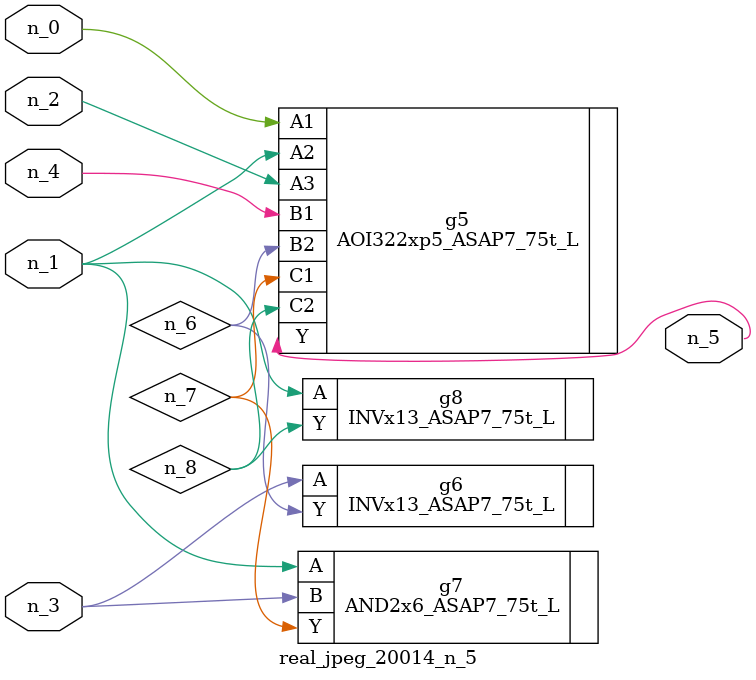
<source format=v>
module real_jpeg_20014_n_5 (n_4, n_0, n_1, n_2, n_3, n_5);

input n_4;
input n_0;
input n_1;
input n_2;
input n_3;

output n_5;

wire n_8;
wire n_6;
wire n_7;

AOI322xp5_ASAP7_75t_L g5 ( 
.A1(n_0),
.A2(n_1),
.A3(n_2),
.B1(n_4),
.B2(n_6),
.C1(n_7),
.C2(n_8),
.Y(n_5)
);

AND2x6_ASAP7_75t_L g7 ( 
.A(n_1),
.B(n_3),
.Y(n_7)
);

INVx13_ASAP7_75t_L g8 ( 
.A(n_1),
.Y(n_8)
);

INVx13_ASAP7_75t_L g6 ( 
.A(n_3),
.Y(n_6)
);


endmodule
</source>
